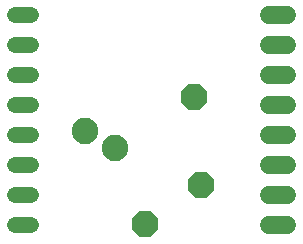
<source format=gbr>
G04 EAGLE Gerber X2 export*
G04 #@! %TF.Part,Single*
G04 #@! %TF.FileFunction,Copper,L1,Top,Mixed*
G04 #@! %TF.FilePolarity,Positive*
G04 #@! %TF.GenerationSoftware,Autodesk,EAGLE,9.0.0*
G04 #@! %TF.CreationDate,2019-08-08T19:06:15Z*
G75*
%MOMM*%
%FSLAX34Y34*%
%LPD*%
%AMOC8*
5,1,8,0,0,1.08239X$1,22.5*%
G01*
%ADD10P,2.433104X8X112.500000*%
%ADD11C,2.247900*%
%ADD12C,1.320800*%
%ADD13C,1.524000*%


D10*
X259588Y133604D03*
X264922Y58674D03*
X217932Y26162D03*
D11*
X192024Y90678D03*
X166878Y104648D03*
D12*
X120904Y203200D02*
X107696Y203200D01*
X107696Y177800D02*
X120904Y177800D01*
X120904Y152400D02*
X107696Y152400D01*
X107696Y127000D02*
X120904Y127000D01*
X120904Y101600D02*
X107696Y101600D01*
X107696Y76200D02*
X120904Y76200D01*
X120904Y50800D02*
X107696Y50800D01*
X107696Y25400D02*
X120904Y25400D01*
D13*
X322580Y25400D02*
X337820Y25400D01*
X337820Y50800D02*
X322580Y50800D01*
X322580Y76200D02*
X337820Y76200D01*
X337820Y101600D02*
X322580Y101600D01*
X322580Y127000D02*
X337820Y127000D01*
X337820Y152400D02*
X322580Y152400D01*
X322580Y177800D02*
X337820Y177800D01*
X337820Y203200D02*
X322580Y203200D01*
M02*

</source>
